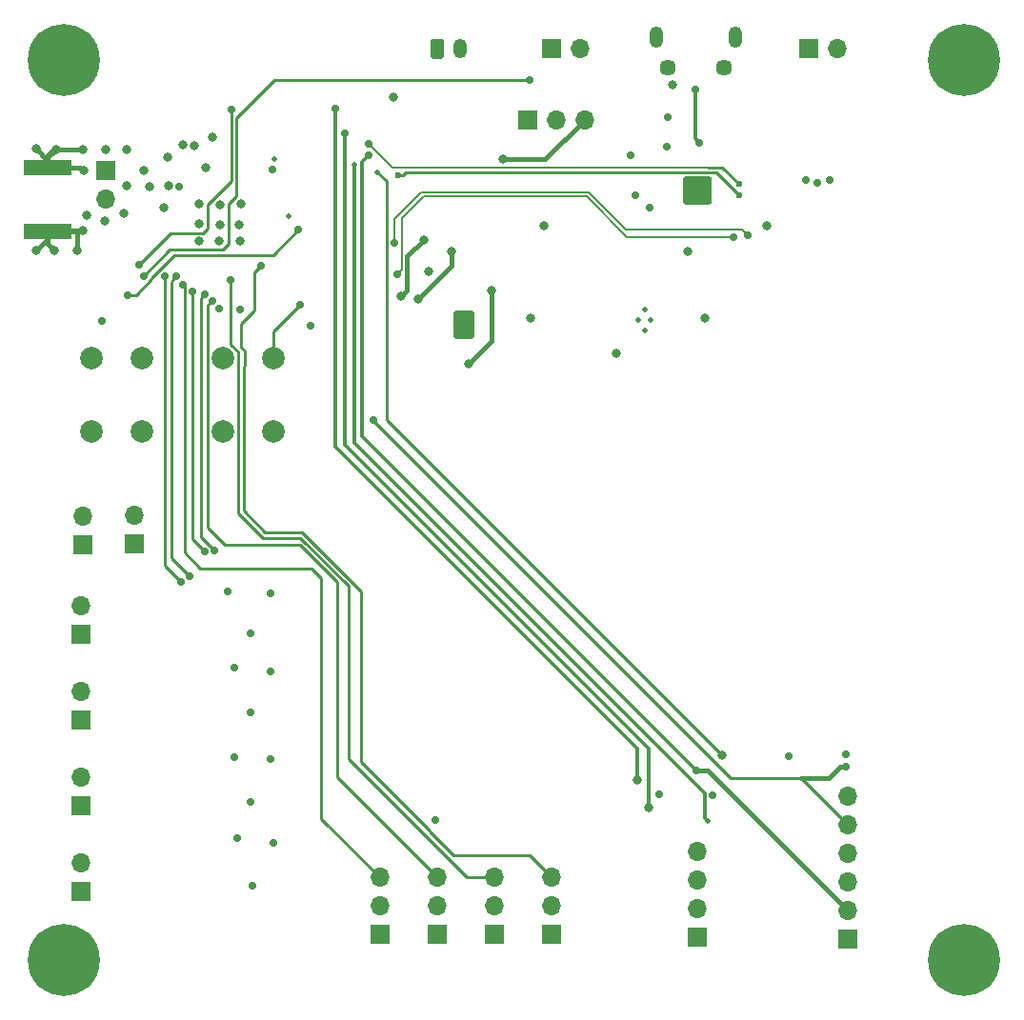
<source format=gbr>
G04 #@! TF.GenerationSoftware,KiCad,Pcbnew,5.1.5+dfsg1-2build2*
G04 #@! TF.CreationDate,2021-02-20T13:09:23-05:00*
G04 #@! TF.ProjectId,eboard,65626f61-7264-42e6-9b69-6361645f7063,rev?*
G04 #@! TF.SameCoordinates,Original*
G04 #@! TF.FileFunction,Copper,L4,Bot*
G04 #@! TF.FilePolarity,Positive*
%FSLAX46Y46*%
G04 Gerber Fmt 4.6, Leading zero omitted, Abs format (unit mm)*
G04 Created by KiCad (PCBNEW 5.1.5+dfsg1-2build2) date 2021-02-20 13:09:23*
%MOMM*%
%LPD*%
G04 APERTURE LIST*
%ADD10C,0.500000*%
%ADD11C,0.100000*%
%ADD12R,1.700000X1.700000*%
%ADD13O,1.700000X1.700000*%
%ADD14C,1.450000*%
%ADD15O,1.200000X1.900000*%
%ADD16R,4.200000X1.350000*%
%ADD17C,2.000000*%
%ADD18O,1.200000X1.750000*%
%ADD19C,6.400000*%
%ADD20C,0.800000*%
%ADD21C,0.700000*%
%ADD22C,0.600000*%
%ADD23C,0.400000*%
%ADD24C,0.300000*%
%ADD25C,0.250000*%
%ADD26C,0.200000*%
G04 APERTURE END LIST*
D10*
X79206800Y-58553300D03*
X77906800Y-58553300D03*
X79206800Y-57553300D03*
X77906800Y-57553300D03*
X79206800Y-56553300D03*
X77906800Y-56553300D03*
G04 #@! TA.AperFunction,Conductor*
D11*
G36*
X79231304Y-56304504D02*
G01*
X79255573Y-56308104D01*
X79279371Y-56314065D01*
X79302471Y-56322330D01*
X79324649Y-56332820D01*
X79345693Y-56345433D01*
X79365398Y-56360047D01*
X79383577Y-56376523D01*
X79400053Y-56394702D01*
X79414667Y-56414407D01*
X79427280Y-56435451D01*
X79437770Y-56457629D01*
X79446035Y-56480729D01*
X79451996Y-56504527D01*
X79455596Y-56528796D01*
X79456800Y-56553300D01*
X79456800Y-58553300D01*
X79455596Y-58577804D01*
X79451996Y-58602073D01*
X79446035Y-58625871D01*
X79437770Y-58648971D01*
X79427280Y-58671149D01*
X79414667Y-58692193D01*
X79400053Y-58711898D01*
X79383577Y-58730077D01*
X79365398Y-58746553D01*
X79345693Y-58761167D01*
X79324649Y-58773780D01*
X79302471Y-58784270D01*
X79279371Y-58792535D01*
X79255573Y-58798496D01*
X79231304Y-58802096D01*
X79206800Y-58803300D01*
X77906800Y-58803300D01*
X77882296Y-58802096D01*
X77858027Y-58798496D01*
X77834229Y-58792535D01*
X77811129Y-58784270D01*
X77788951Y-58773780D01*
X77767907Y-58761167D01*
X77748202Y-58746553D01*
X77730023Y-58730077D01*
X77713547Y-58711898D01*
X77698933Y-58692193D01*
X77686320Y-58671149D01*
X77675830Y-58648971D01*
X77667565Y-58625871D01*
X77661604Y-58602073D01*
X77658004Y-58577804D01*
X77656800Y-58553300D01*
X77656800Y-56553300D01*
X77658004Y-56528796D01*
X77661604Y-56504527D01*
X77667565Y-56480729D01*
X77675830Y-56457629D01*
X77686320Y-56435451D01*
X77698933Y-56414407D01*
X77713547Y-56394702D01*
X77730023Y-56376523D01*
X77748202Y-56360047D01*
X77767907Y-56345433D01*
X77788951Y-56332820D01*
X77811129Y-56322330D01*
X77834229Y-56314065D01*
X77858027Y-56308104D01*
X77882296Y-56304504D01*
X77906800Y-56303300D01*
X79206800Y-56303300D01*
X79231304Y-56304504D01*
G37*
G04 #@! TD.AperFunction*
D12*
X109220000Y-33020000D03*
D13*
X111760000Y-33020000D03*
D14*
X101700000Y-34662500D03*
X96700000Y-34662500D03*
D15*
X102700000Y-31962500D03*
X95700000Y-31962500D03*
D12*
X84226400Y-39344600D03*
D13*
X86766400Y-39344600D03*
X89306400Y-39344600D03*
X88900000Y-33020000D03*
D12*
X86360000Y-33020000D03*
D10*
X94624000Y-58093800D03*
X94049000Y-57143800D03*
X95199000Y-57143800D03*
X94624000Y-56193800D03*
D16*
X41600000Y-43567000D03*
X41600000Y-49217000D03*
D13*
X99320000Y-104340000D03*
X99320000Y-106880000D03*
X99320000Y-109420000D03*
D12*
X99320000Y-111960000D03*
D13*
X112680000Y-99460000D03*
X112680000Y-102000000D03*
X112680000Y-104540000D03*
X112680000Y-107080000D03*
X112680000Y-109620000D03*
D12*
X112680000Y-112160000D03*
D13*
X46710600Y-46380400D03*
D12*
X46710600Y-43840400D03*
D13*
X44504000Y-82566000D03*
D12*
X44504000Y-85106000D03*
X44504000Y-92726000D03*
D13*
X44504000Y-90186000D03*
X44504000Y-97806000D03*
D12*
X44504000Y-100346000D03*
X44504000Y-107966000D03*
D13*
X44504000Y-105426000D03*
D12*
X86360000Y-111760000D03*
D13*
X86360000Y-109220000D03*
X86360000Y-106680000D03*
D12*
X76200000Y-111760000D03*
D13*
X76200000Y-109220000D03*
X76200000Y-106680000D03*
X81280000Y-106680000D03*
X81280000Y-109220000D03*
D12*
X81280000Y-111760000D03*
X71120000Y-111760000D03*
D13*
X71120000Y-109220000D03*
X71120000Y-106680000D03*
D12*
X44704000Y-77086000D03*
D13*
X44704000Y-74546000D03*
D17*
X45466000Y-60556000D03*
X49966000Y-60556000D03*
X45466000Y-67056000D03*
X49966000Y-67056000D03*
X61650000Y-67056000D03*
X57150000Y-67056000D03*
X61650000Y-60556000D03*
X57150000Y-60556000D03*
D10*
X100330000Y-44610000D03*
X100330000Y-45610000D03*
X100330000Y-46610000D03*
X99330000Y-44610000D03*
X99330000Y-45610000D03*
X99330000Y-46610000D03*
X98330000Y-44610000D03*
X98330000Y-45610000D03*
X98330000Y-46610000D03*
G04 #@! TA.AperFunction,Conductor*
D11*
G36*
X100354504Y-44361204D02*
G01*
X100378773Y-44364804D01*
X100402571Y-44370765D01*
X100425671Y-44379030D01*
X100447849Y-44389520D01*
X100468893Y-44402133D01*
X100488598Y-44416747D01*
X100506777Y-44433223D01*
X100523253Y-44451402D01*
X100537867Y-44471107D01*
X100550480Y-44492151D01*
X100560970Y-44514329D01*
X100569235Y-44537429D01*
X100575196Y-44561227D01*
X100578796Y-44585496D01*
X100580000Y-44610000D01*
X100580000Y-46610000D01*
X100578796Y-46634504D01*
X100575196Y-46658773D01*
X100569235Y-46682571D01*
X100560970Y-46705671D01*
X100550480Y-46727849D01*
X100537867Y-46748893D01*
X100523253Y-46768598D01*
X100506777Y-46786777D01*
X100488598Y-46803253D01*
X100468893Y-46817867D01*
X100447849Y-46830480D01*
X100425671Y-46840970D01*
X100402571Y-46849235D01*
X100378773Y-46855196D01*
X100354504Y-46858796D01*
X100330000Y-46860000D01*
X98330000Y-46860000D01*
X98305496Y-46858796D01*
X98281227Y-46855196D01*
X98257429Y-46849235D01*
X98234329Y-46840970D01*
X98212151Y-46830480D01*
X98191107Y-46817867D01*
X98171402Y-46803253D01*
X98153223Y-46786777D01*
X98136747Y-46768598D01*
X98122133Y-46748893D01*
X98109520Y-46727849D01*
X98099030Y-46705671D01*
X98090765Y-46682571D01*
X98084804Y-46658773D01*
X98081204Y-46634504D01*
X98080000Y-46610000D01*
X98080000Y-44610000D01*
X98081204Y-44585496D01*
X98084804Y-44561227D01*
X98090765Y-44537429D01*
X98099030Y-44514329D01*
X98109520Y-44492151D01*
X98122133Y-44471107D01*
X98136747Y-44451402D01*
X98153223Y-44433223D01*
X98171402Y-44416747D01*
X98191107Y-44402133D01*
X98212151Y-44389520D01*
X98234329Y-44379030D01*
X98257429Y-44370765D01*
X98281227Y-44364804D01*
X98305496Y-44361204D01*
X98330000Y-44360000D01*
X100330000Y-44360000D01*
X100354504Y-44361204D01*
G37*
G04 #@! TD.AperFunction*
G04 #@! TA.AperFunction,ComponentPad*
G36*
X76574505Y-32146204D02*
G01*
X76598773Y-32149804D01*
X76622572Y-32155765D01*
X76645671Y-32164030D01*
X76667850Y-32174520D01*
X76688893Y-32187132D01*
X76708599Y-32201747D01*
X76726777Y-32218223D01*
X76743253Y-32236401D01*
X76757868Y-32256107D01*
X76770480Y-32277150D01*
X76780970Y-32299329D01*
X76789235Y-32322428D01*
X76795196Y-32346227D01*
X76798796Y-32370495D01*
X76800000Y-32394999D01*
X76800000Y-33645001D01*
X76798796Y-33669505D01*
X76795196Y-33693773D01*
X76789235Y-33717572D01*
X76780970Y-33740671D01*
X76770480Y-33762850D01*
X76757868Y-33783893D01*
X76743253Y-33803599D01*
X76726777Y-33821777D01*
X76708599Y-33838253D01*
X76688893Y-33852868D01*
X76667850Y-33865480D01*
X76645671Y-33875970D01*
X76622572Y-33884235D01*
X76598773Y-33890196D01*
X76574505Y-33893796D01*
X76550001Y-33895000D01*
X75849999Y-33895000D01*
X75825495Y-33893796D01*
X75801227Y-33890196D01*
X75777428Y-33884235D01*
X75754329Y-33875970D01*
X75732150Y-33865480D01*
X75711107Y-33852868D01*
X75691401Y-33838253D01*
X75673223Y-33821777D01*
X75656747Y-33803599D01*
X75642132Y-33783893D01*
X75629520Y-33762850D01*
X75619030Y-33740671D01*
X75610765Y-33717572D01*
X75604804Y-33693773D01*
X75601204Y-33669505D01*
X75600000Y-33645001D01*
X75600000Y-32394999D01*
X75601204Y-32370495D01*
X75604804Y-32346227D01*
X75610765Y-32322428D01*
X75619030Y-32299329D01*
X75629520Y-32277150D01*
X75642132Y-32256107D01*
X75656747Y-32236401D01*
X75673223Y-32218223D01*
X75691401Y-32201747D01*
X75711107Y-32187132D01*
X75732150Y-32174520D01*
X75754329Y-32164030D01*
X75777428Y-32155765D01*
X75801227Y-32149804D01*
X75825495Y-32146204D01*
X75849999Y-32145000D01*
X76550001Y-32145000D01*
X76574505Y-32146204D01*
G37*
G04 #@! TD.AperFunction*
D18*
X78200000Y-33020000D03*
D19*
X43000000Y-114000000D03*
X43000000Y-34000000D03*
X123000000Y-34000000D03*
X123000000Y-114000000D03*
D12*
X49250000Y-77000000D03*
D13*
X49250000Y-74460000D03*
D20*
X58648600Y-50139600D03*
X56794400Y-50139600D03*
X54991000Y-50139600D03*
X58597800Y-48666400D03*
X55067200Y-48539400D03*
X58750200Y-46786800D03*
X56896000Y-46888400D03*
X53610457Y-41574911D03*
X48361600Y-47650400D03*
X44729400Y-41986200D03*
X46761400Y-41986200D03*
X48615600Y-41960800D03*
X48590200Y-45212000D03*
X50622200Y-45262800D03*
X52324000Y-45186600D03*
X50114200Y-43815000D03*
X46659800Y-48285400D03*
X45008800Y-47777400D03*
X42316400Y-41935400D03*
X40513000Y-41910000D03*
X40563800Y-50977800D03*
X42189400Y-50952400D03*
X44196000Y-50977800D03*
X44729400Y-49199800D03*
X44754800Y-43840400D03*
X55016400Y-46812200D03*
X72288400Y-37287200D03*
X97130000Y-36230000D03*
X84450000Y-56930000D03*
X75390000Y-52800000D03*
X100000000Y-57000000D03*
D21*
X58400000Y-103200000D03*
X61600000Y-103600000D03*
X58200000Y-96000000D03*
X61400000Y-96200000D03*
X58200000Y-88000000D03*
X61400000Y-88400000D03*
X57546537Y-81253463D03*
X61400000Y-81400000D03*
X76000000Y-101600000D03*
X58700000Y-56200000D03*
X96700000Y-39100000D03*
X110000000Y-44900000D03*
X111100000Y-44700000D03*
X109000000Y-44700000D03*
X95900000Y-99300000D03*
X107400000Y-95900000D03*
D10*
X63000000Y-47900000D03*
X61700000Y-42800000D03*
D20*
X56251418Y-40852096D03*
X56900000Y-48700000D03*
D21*
X93400000Y-42500000D03*
D20*
X55626000Y-43611800D03*
X54610000Y-41605200D03*
X52222400Y-42646600D03*
X51919700Y-47167653D03*
D21*
X53270279Y-45270624D03*
X46400000Y-57200000D03*
X59800000Y-107400000D03*
X59600000Y-100000000D03*
X59600000Y-92000000D03*
X59600000Y-85000000D03*
X56800000Y-56100000D03*
X95100000Y-47100000D03*
X100700000Y-99400000D03*
X61572578Y-43762812D03*
X64900000Y-57600000D03*
X112500000Y-95700000D03*
X96600000Y-41700000D03*
D20*
X98500000Y-51000000D03*
D21*
X93800000Y-46000000D03*
D20*
X105450000Y-48714600D03*
X92080000Y-60120000D03*
X85710000Y-48710000D03*
D21*
X99100000Y-36600000D03*
X99444982Y-41344983D03*
D10*
X70900000Y-44000000D03*
D20*
X101500000Y-95800000D03*
X81031800Y-54478200D03*
X79000000Y-61000000D03*
X82000000Y-42850001D03*
D21*
X63827298Y-49127298D03*
X48700000Y-54900000D03*
X99200000Y-97200000D03*
X70100000Y-42500000D03*
X68000000Y-40500000D03*
D20*
X95000000Y-100500000D03*
D21*
X67100000Y-38300000D03*
D20*
X94000000Y-98000000D03*
D21*
X70500001Y-66000000D03*
X112500000Y-96800000D03*
D10*
X100200000Y-101700000D03*
X68800000Y-43300000D03*
D21*
X60500000Y-52300000D03*
X56223991Y-55408455D03*
X57859195Y-53613805D03*
X53595005Y-53997503D03*
X56393253Y-77589911D03*
X55556052Y-54805232D03*
X54400000Y-54600000D03*
X55500000Y-77700000D03*
X54204986Y-79878455D03*
X52998527Y-53251680D03*
X53400000Y-80400000D03*
X52000000Y-53200000D03*
X72600000Y-53100000D03*
X102500000Y-49764600D03*
X64000000Y-55800000D03*
X103800001Y-49600001D03*
X72375010Y-50300000D03*
D20*
X73000000Y-55000000D03*
X75000000Y-50000000D03*
X74460591Y-55297832D03*
X77450000Y-51000000D03*
D21*
X70127101Y-41499604D03*
D22*
X103000000Y-45000000D03*
X72750000Y-44250000D03*
X103000000Y-46000000D03*
D21*
X84400000Y-35800000D03*
X50100000Y-53200000D03*
X57900000Y-38400000D03*
X49688694Y-52239450D03*
D23*
X41600000Y-42651800D02*
X42316400Y-41935400D01*
X41600000Y-43567000D02*
X41600000Y-42651800D01*
X41600000Y-42997000D02*
X40513000Y-41910000D01*
X41600000Y-43567000D02*
X41600000Y-42997000D01*
X41600000Y-50363000D02*
X42189400Y-50952400D01*
X41600000Y-49217000D02*
X41600000Y-50363000D01*
X41600000Y-49941600D02*
X40563800Y-50977800D01*
X41600000Y-49217000D02*
X41600000Y-49941600D01*
X44196000Y-49313000D02*
X44196000Y-50977800D01*
X44100000Y-49217000D02*
X44196000Y-49313000D01*
X41600000Y-49217000D02*
X44100000Y-49217000D01*
X41617200Y-49199800D02*
X41600000Y-49217000D01*
X44729400Y-49199800D02*
X41617200Y-49199800D01*
X44481400Y-43567000D02*
X44754800Y-43840400D01*
X41600000Y-43567000D02*
X44481400Y-43567000D01*
X42105800Y-41986200D02*
X44729400Y-41986200D01*
X41600000Y-42492000D02*
X42105800Y-41986200D01*
X41600000Y-43567000D02*
X41600000Y-42492000D01*
D24*
X99100000Y-41000001D02*
X99444982Y-41344983D01*
X99100000Y-36600000D02*
X99100000Y-41000001D01*
D25*
X70900000Y-44000000D02*
X71700000Y-44800000D01*
X71700000Y-66000000D02*
X101500000Y-95800000D01*
X71700000Y-44800000D02*
X71700000Y-66000000D01*
D23*
X81031800Y-58968200D02*
X79000000Y-61000000D01*
X81031800Y-54478200D02*
X81031800Y-58968200D01*
X85800999Y-42850001D02*
X82000000Y-42850001D01*
X89306400Y-39344600D02*
X85800999Y-42850001D01*
D25*
X49399002Y-54900000D02*
X48700000Y-54900000D01*
X50775001Y-53524001D02*
X49399002Y-54900000D01*
X50775001Y-53425997D02*
X50775001Y-53524001D01*
X52850988Y-51350010D02*
X50775001Y-53425997D01*
X61604586Y-51350010D02*
X52850988Y-51350010D01*
X63827298Y-49127298D02*
X61604586Y-51350010D01*
D24*
X69499999Y-43100001D02*
X70100000Y-42500000D01*
X69499999Y-67499999D02*
X69499999Y-43100001D01*
X99200000Y-97200000D02*
X69499999Y-67499999D01*
D23*
X100260000Y-97200000D02*
X112680000Y-109620000D01*
X99200000Y-97200000D02*
X100260000Y-97200000D01*
D24*
X68000000Y-68200000D02*
X68000000Y-40500000D01*
X95000000Y-95200000D02*
X68000000Y-68200000D01*
X95000000Y-100500000D02*
X95000000Y-95200000D01*
X67100000Y-68350000D02*
X67100000Y-38300000D01*
X94000000Y-95250000D02*
X67100000Y-68350000D01*
X94000000Y-98000000D02*
X94000000Y-95250000D01*
D25*
X102252179Y-97824999D02*
X70600000Y-66172820D01*
X108504999Y-97824999D02*
X102252179Y-97824999D01*
X112680000Y-102000000D02*
X108504999Y-97824999D01*
D23*
X110980027Y-97824999D02*
X108504999Y-97824999D01*
X112005026Y-96800000D02*
X110980027Y-97824999D01*
X112500000Y-96800000D02*
X112005026Y-96800000D01*
D24*
X68800000Y-68063998D02*
X68800000Y-43300000D01*
X99950001Y-101450001D02*
X99950001Y-99213999D01*
X100200000Y-101700000D02*
X99950001Y-101450001D01*
X99950001Y-99213999D02*
X68800000Y-68063998D01*
D25*
X84380000Y-104700000D02*
X86360000Y-106680000D01*
X75500000Y-102600000D02*
X77600000Y-104700000D01*
X75500000Y-102500000D02*
X75500000Y-102600000D01*
X59924999Y-52875001D02*
X59924999Y-56275999D01*
X60900000Y-76000000D02*
X64172820Y-76000000D01*
X58724999Y-57475999D02*
X58724999Y-59533587D01*
X59924999Y-56275999D02*
X58724999Y-57475999D01*
X59100000Y-59908588D02*
X59100000Y-61200000D01*
X59100000Y-61200000D02*
X59000000Y-61300000D01*
X59000000Y-74100000D02*
X60900000Y-76000000D01*
X77600000Y-104700000D02*
X84380000Y-104700000D01*
X58724999Y-59533587D02*
X59100000Y-59908588D01*
X64172820Y-76000000D02*
X69400000Y-81227180D01*
X59000000Y-61300000D02*
X59000000Y-74100000D01*
X60500000Y-52300000D02*
X59924999Y-52875001D01*
X69400000Y-81227180D02*
X69400000Y-96400000D01*
X69400000Y-96400000D02*
X75500000Y-102500000D01*
X55824999Y-55807447D02*
X56223991Y-55408455D01*
X76200000Y-106680000D02*
X67300000Y-97780000D01*
X67300000Y-80400000D02*
X64000000Y-77100000D01*
X57300000Y-77100000D02*
X55824999Y-75624999D01*
X64000000Y-77100000D02*
X57300000Y-77100000D01*
X67300000Y-97780000D02*
X67300000Y-80400000D01*
X55824999Y-75624999D02*
X55824999Y-55807447D01*
X57859195Y-59304193D02*
X57859195Y-53613805D01*
X58500000Y-59944998D02*
X57859195Y-59304193D01*
X68300000Y-80763590D02*
X64036410Y-76500000D01*
X60700000Y-76500000D02*
X58500000Y-74300000D01*
X64036410Y-76500000D02*
X60700000Y-76500000D01*
X81280000Y-106680000D02*
X78780000Y-106680000D01*
X78780000Y-106680000D02*
X68300000Y-96200000D01*
X58500000Y-74300000D02*
X58500000Y-59944998D01*
X68300000Y-96200000D02*
X68300000Y-80763590D01*
X53724999Y-53867509D02*
X53724999Y-77824999D01*
X53595005Y-53997503D02*
X53724999Y-53867509D01*
X53724999Y-77824999D02*
X55100000Y-79200000D01*
X55100000Y-79200000D02*
X65000000Y-79200000D01*
X65000000Y-79200000D02*
X65900000Y-80100000D01*
X65900000Y-101460000D02*
X71120000Y-106680000D01*
X65900000Y-80100000D02*
X65900000Y-101460000D01*
X55206053Y-76402711D02*
X55206053Y-55155231D01*
X55206053Y-55155231D02*
X55556052Y-54805232D01*
X56393253Y-77589911D02*
X55206053Y-76402711D01*
X54400000Y-54600000D02*
X54400000Y-76600000D01*
X54400000Y-76600000D02*
X55500000Y-77700000D01*
X52648528Y-53601679D02*
X52998527Y-53251680D01*
X52583995Y-53715009D02*
X52648528Y-53650476D01*
X52583995Y-78257464D02*
X52583995Y-53715009D01*
X54204986Y-79878455D02*
X52583995Y-78257464D01*
X52648528Y-53650476D02*
X52648528Y-53601679D01*
X53400000Y-80400000D02*
X52000000Y-79000000D01*
X52000000Y-79000000D02*
X52000000Y-53200000D01*
D26*
X93064600Y-49764600D02*
X102500000Y-49764600D01*
X73025012Y-48112986D02*
X74987998Y-46150000D01*
X89449999Y-46150000D02*
X93064600Y-49764600D01*
X74987998Y-46150000D02*
X89449999Y-46150000D01*
X73025012Y-52674988D02*
X73025012Y-48112986D01*
X72600000Y-53100000D02*
X73025012Y-52674988D01*
D25*
X61650000Y-60556000D02*
X61650000Y-58150000D01*
X61650000Y-58150000D02*
X64000000Y-55800000D01*
D26*
X92980298Y-49114599D02*
X89615688Y-45749989D01*
X72375010Y-48130026D02*
X72375010Y-50300000D01*
X74755047Y-45749989D02*
X72375010Y-48130026D01*
X89615688Y-45749989D02*
X74755047Y-45749989D01*
X103314599Y-49114599D02*
X92980298Y-49114599D01*
X103800001Y-49600001D02*
X103314599Y-49114599D01*
D23*
X73525022Y-51474978D02*
X75000000Y-50000000D01*
X73525022Y-54474978D02*
X73525022Y-51474978D01*
X73000000Y-55000000D02*
X73525022Y-54474978D01*
X77450000Y-52308423D02*
X77450000Y-51000000D01*
X74460591Y-55297832D02*
X77450000Y-52308423D01*
D26*
X100255027Y-43550001D02*
X72177498Y-43550001D01*
X72177498Y-43550001D02*
X70127101Y-41499604D01*
D25*
X101550001Y-43550001D02*
X103000000Y-45000000D01*
X100255027Y-43550001D02*
X101550001Y-43550001D01*
X101034999Y-44034999D02*
X103000000Y-46000000D01*
X73389265Y-44034999D02*
X101034999Y-44034999D01*
X73174264Y-44250000D02*
X73389265Y-44034999D01*
X72750000Y-44250000D02*
X73174264Y-44250000D01*
X61700000Y-35800000D02*
X58350010Y-39149990D01*
X58350010Y-39149990D02*
X58350010Y-46113988D01*
X57671801Y-46792197D02*
X57671801Y-50335201D01*
X57671801Y-50335201D02*
X57107002Y-50900000D01*
X52400000Y-50900000D02*
X50100000Y-53200000D01*
X58350010Y-46113988D02*
X57671801Y-46792197D01*
X84400000Y-35800000D02*
X61700000Y-35800000D01*
X57107002Y-50900000D02*
X52400000Y-50900000D01*
X55339001Y-49414599D02*
X52513545Y-49414599D01*
X55792201Y-46919197D02*
X55792201Y-48961399D01*
X52513545Y-49414599D02*
X49688694Y-52239450D01*
X55792201Y-48961399D02*
X55339001Y-49414599D01*
X57899999Y-44811399D02*
X55792201Y-46919197D01*
X57900000Y-38400000D02*
X57899999Y-44811399D01*
M02*

</source>
